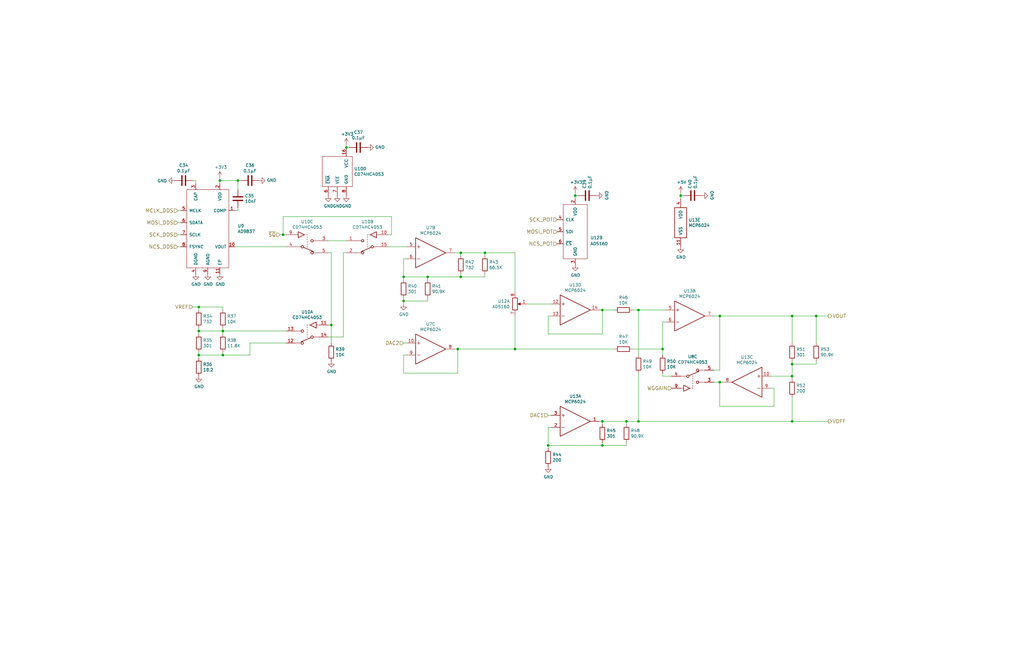
<source format=kicad_sch>
(kicad_sch (version 20211123) (generator eeschema)
  (paper "B")
  (title_block (title "Wavegen") (date "2021-06-14") (company "Olin College"))
  (lib_symbols
    (symbol "Device:C" (pin_numbers hide) (pin_names (offset 0.254))
      (property "Reference" "C" (at 0.635 2.54 0))
      (property "Value" "C" (at 0.635 -2.54 0))
      (symbol "C_0_1"
        (polyline (pts (xy -2.032 -0.762) (xy 2.032 -0.762)) (stroke (width 0.508)))
        (polyline (pts (xy -2.032 0.762) (xy 2.032 0.762)) (stroke (width 0.508)))
      )
      (symbol "C_1_1"
        (pin passive line (at 0 3.81 270) (length 2.794) (name "~") (number "1"))
        (pin passive line (at 0 -3.81 90) (length 2.794) (name "~") (number "2"))
      )
    )
    (symbol "Device:R" (pin_numbers hide) (pin_names (offset 0))
      (property "Reference" "R" (at 2.032 0 90))
      (property "Value" "R" (at 0 0 90))
      (symbol "R_0_1"
        (rectangle (start -1.016 -2.54) (end 1.016 2.54) (stroke (width 0.254)))
      )
      (symbol "R_1_1"
        (pin passive line (at 0 3.81 270) (length 1.27) (name "~") (number "1"))
        (pin passive line (at 0 -3.81 90) (length 1.27) (name "~") (number "2"))
      )
    )
    (symbol "Eclectronics:AD5160" (pin_names (offset 1.016))
      (property "Reference" "U" (at 10.16 -3.81 0))
      (property "Value" "AD5160" (at 10.16 -6.35 0))
      (symbol "AD5160_1_1"
        (polyline (pts (xy 2.54 0) (xy 1.524 0)))
        (polyline (pts (xy 1.143 0) (xy 2.286 0.508) (xy 2.286 -0.508) (xy 1.143 0)) (fill (type outline)))
        (rectangle (start 1.016 2.54) (end -1.016 -2.54) (stroke (width 0.254)))
        (pin passive line (at 5.08 0 180) (length 2.54) (name "~") (number "1"))
        (pin passive line (at 0 -5.08 90) (length 2.54) (name "~") (number "7"))
        (pin passive line (at 0 5.08 270) (length 2.54) (name "~") (number "8"))
      )
      (symbol "AD5160_2_1"
        (rectangle (start -5.08 11.43) (end 5.08 -11.43))
        (pin power_in line (at 0 13.97 270) (length 2.54) (name "VDD") (number "2"))
        (pin power_in line (at 0 -13.97 90) (length 2.54) (name "GND") (number "3"))
        (pin input line (at -7.62 5.08 0) (length 2.54) (name "CLK") (number "4"))
        (pin input line (at -7.62 0 0) (length 2.54) (name "SDI") (number "5"))
        (pin input line (at -7.62 -5.08 0) (length 2.54) (name "~{CS}") (number "6"))
      )
    )
    (symbol "Eclectronics:AD9837" (pin_names (offset 1.016))
      (property "Reference" "U" (at 13.97 -11.43 0))
      (property "Value" "AD9837" (at 13.97 -13.97 0))
      (symbol "AD9837_0_1"
        (rectangle (start -8.89 16.51) (end 8.89 -16.51))
      )
      (symbol "AD9837_1_1"
        (pin passive line (at 11.43 7.62 180) (length 2.54) (name "COMP") (number "1"))
        (pin output line (at 11.43 -7.62 180) (length 2.54) (name "VOUT") (number "10"))
        (pin power_in line (at 5.08 -19.05 90) (length 2.54) (name "EP") (number "11"))
        (pin power_in line (at 5.08 19.05 270) (length 2.54) (name "VDD") (number "2"))
        (pin passive line (at -5.08 19.05 270) (length 2.54) (name "CAP") (number "3"))
        (pin power_in line (at -5.08 -19.05 90) (length 2.54) (name "DGND") (number "4"))
        (pin input line (at -11.43 7.62 0) (length 2.54) (name "MCLK") (number "5"))
        (pin input line (at -11.43 2.54 0) (length 2.54) (name "SDATA") (number "6"))
        (pin input line (at -11.43 -2.54 0) (length 2.54) (name "SCLK") (number "7"))
        (pin input line (at -11.43 -7.62 0) (length 2.54) (name "FSYNC") (number "8"))
        (pin power_in line (at 0 -19.05 90) (length 2.54) (name "AGND") (number "9"))
      )
    )
    (symbol "Eclectronics:CD74HC4053" (pin_names (offset 1.016))
      (property "Reference" "U" (at -5.08 10.16 0))
      (property "Value" "CD74HC4053" (at -5.08 7.62 0))
      (symbol "CD74HC4053_1_1"
        (circle (center -2.032 0) (radius 0.508) (stroke (width 0.254)))
        (polyline (pts (xy -3.81 -5.08) (xy -5.08 -5.08)))
        (polyline (pts (xy -2.54 0) (xy -5.08 0)))
        (polyline (pts (xy -1.524 0.254) (xy 2.667 2.032)) (stroke (width 0.254)))
        (polyline (pts (xy -1.27 -5.08) (xy -0.762 -5.08)))
        (polyline (pts (xy 0 -4.318) (xy 0 -3.81)))
        (polyline (pts (xy 0 -3.302) (xy 0 -2.794)))
        (polyline (pts (xy 0 -2.286) (xy 0 -1.778)))
        (polyline (pts (xy 0 -1.27) (xy 0 -0.762)))
        (polyline (pts (xy 0 -0.254) (xy 0 0.254)))
        (polyline (pts (xy 2.54 -2.54) (xy 5.08 -2.54)))
        (polyline (pts (xy 2.54 2.54) (xy 5.08 2.54)))
        (polyline (pts (xy -0.254 -5.08) (xy 0 -5.08) (xy 0 -4.826)))
        (polyline (pts (xy -3.81 -3.81) (xy -1.27 -5.08) (xy -3.81 -6.35) (xy -3.81 -3.81)) (stroke (width 0.254)))
        (circle (center 2.032 -2.54) (radius 0.508) (stroke (width 0.254)))
        (circle (center 2.032 2.54) (radius 0.508) (stroke (width 0.254)))
        (pin input line (at -8.89 -5.08 0) (length 3.81) (name "~") (number "11"))
        (pin passive line (at 8.89 2.54 180) (length 3.81) (name "~") (number "12"))
        (pin passive line (at 8.89 -2.54 180) (length 3.81) (name "~") (number "13"))
        (pin passive line (at -8.89 0 0) (length 3.81) (name "~") (number "14"))
      )
      (symbol "CD74HC4053_2_1"
        (circle (center -2.032 0) (radius 0.508) (stroke (width 0.254)))
        (polyline (pts (xy -5.08 -5.08) (xy -3.81 -5.08)))
        (polyline (pts (xy -2.54 0) (xy -5.08 0)))
        (polyline (pts (xy -1.524 0.254) (xy 2.667 2.032)) (stroke (width 0.254)))
        (polyline (pts (xy -1.27 -5.08) (xy -0.762 -5.08)))
        (polyline (pts (xy 0 -4.318) (xy 0 -3.81)))
        (polyline (pts (xy 0 -3.302) (xy 0 -2.794)))
        (polyline (pts (xy 0 -2.286) (xy 0 -1.778)))
        (polyline (pts (xy 0 -0.254) (xy 0 0.254)))
        (polyline (pts (xy 2.54 -2.54) (xy 5.08 -2.54)))
        (polyline (pts (xy 2.54 2.54) (xy 5.08 2.54)))
        (polyline (pts (xy -0.254 -5.08) (xy 0 -5.08) (xy 0 -4.826)))
        (polyline (pts (xy 0 -1.27) (xy 0 -0.762) (xy 0 -1.016)))
        (polyline (pts (xy -3.81 -5.08) (xy -3.81 -3.81) (xy -1.27 -5.08) (xy -3.81 -6.35) (xy -3.81 -5.08)) (stroke (width 0.254)))
        (circle (center 2.032 -2.54) (radius 0.508) (stroke (width 0.254)))
        (circle (center 2.032 2.54) (radius 0.508) (stroke (width 0.254)))
        (pin passive line (at 8.89 -2.54 180) (length 3.81) (name "~") (number "1"))
        (pin input line (at -8.89 -5.08 0) (length 3.81) (name "~") (number "10"))
        (pin passive line (at -8.89 0 0) (length 3.81) (name "~") (number "15"))
        (pin passive line (at 8.89 2.54 180) (length 3.81) (name "~") (number "2"))
      )
      (symbol "CD74HC4053_3_1"
        (circle (center -2.032 0) (radius 0.508) (stroke (width 0.254)))
        (polyline (pts (xy -5.08 -5.08) (xy -3.81 -5.08)))
        (polyline (pts (xy -2.54 0) (xy -5.08 0)))
        (polyline (pts (xy -1.524 0.254) (xy 2.667 2.032)) (stroke (width 0.254)))
        (polyline (pts (xy -1.27 -5.08) (xy -0.762 -5.08)))
        (polyline (pts (xy 0 -4.318) (xy 0 -3.81)))
        (polyline (pts (xy 0 -3.302) (xy 0 -2.794)))
        (polyline (pts (xy 0 -2.286) (xy 0 -1.778)))
        (polyline (pts (xy 0 -0.254) (xy 0 0.254)))
        (polyline (pts (xy 2.54 -2.54) (xy 5.08 -2.54)))
        (polyline (pts (xy 2.54 2.54) (xy 5.08 2.54)))
        (polyline (pts (xy -0.254 -5.08) (xy 0 -5.08) (xy 0 -4.826)))
        (polyline (pts (xy 0 -1.27) (xy 0 -0.762) (xy 0 -1.016)))
        (polyline (pts (xy -3.81 -5.08) (xy -3.81 -3.81) (xy -1.27 -5.08) (xy -3.81 -6.35) (xy -3.81 -5.08)) (stroke (width 0.254)))
        (circle (center 2.032 -2.54) (radius 0.508) (stroke (width 0.254)))
        (circle (center 2.032 2.54) (radius 0.508) (stroke (width 0.254)))
        (pin passive line (at 8.89 -2.54 180) (length 3.81) (name "~") (number "3"))
        (pin passive line (at -8.89 0 0) (length 3.81) (name "~") (number "4"))
        (pin passive line (at 8.89 2.54 180) (length 3.81) (name "~") (number "5"))
        (pin input line (at -8.89 -5.08 0) (length 3.81) (name "~") (number "9"))
      )
      (symbol "CD74HC4053_4_1"
        (rectangle (start -6.35 6.35) (end 6.35 -6.35))
        (pin power_in line (at 3.81 10.16 270) (length 3.81) (name "VCC") (number "16"))
        (pin input line (at -3.81 -10.16 90) (length 3.81) (name "~{ENA}") (number "6"))
        (pin power_in line (at 0 -10.16 90) (length 3.81) (name "VEE") (number "7"))
        (pin power_in line (at 3.81 -10.16 90) (length 3.81) (name "GND") (number "8"))
      )
    )
    (symbol "Eclectronics:MCP6024" (pin_names (offset 1.016))
      (property "Reference" "U" (at 6.35 -3.81 0))
      (property "Value" "MCP6024" (at 6.35 -6.35 0))
      (symbol "MCP6024_1_1"
        (polyline (pts (xy -4.445 -2.54) (xy -3.175 -2.54)))
        (polyline (pts (xy -4.445 2.54) (xy -3.175 2.54)))
        (polyline (pts (xy -3.81 3.175) (xy -3.81 1.905)))
        (polyline (pts (xy -5.08 0) (xy -5.08 6.35) (xy 7.62 0) (xy -5.08 -6.35) (xy -5.08 0)) (stroke (width 0.254)))
        (pin output line (at 11.43 0 180) (length 3.81) (name "~") (number "1"))
        (pin input line (at -8.89 -2.54 0) (length 3.81) (name "~") (number "2"))
        (pin input line (at -8.89 2.54 0) (length 3.81) (name "~") (number "3"))
      )
      (symbol "MCP6024_2_1"
        (polyline (pts (xy -4.445 -2.54) (xy -3.175 -2.54)))
        (polyline (pts (xy -4.445 2.54) (xy -3.175 2.54)))
        (polyline (pts (xy -3.81 3.175) (xy -3.81 1.905)))
        (polyline (pts (xy -5.08 0) (xy -5.08 6.35) (xy 7.62 0) (xy -5.08 -6.35) (xy -5.08 0)) (stroke (width 0.254)))
        (pin output line (at -8.89 2.54 0) (length 3.81) (name "~") (number "5"))
        (pin output line (at -8.89 -2.54 0) (length 3.81) (name "~") (number "6"))
        (pin output line (at 11.43 0 180) (length 3.81) (name "~") (number "7"))
      )
      (symbol "MCP6024_3_1"
        (polyline (pts (xy -4.445 -2.54) (xy -3.175 -2.54)))
        (polyline (pts (xy -4.445 2.54) (xy -3.175 2.54)))
        (polyline (pts (xy -3.81 3.175) (xy -3.81 1.905)))
        (polyline (pts (xy -5.08 0) (xy -5.08 6.35) (xy 7.62 0) (xy -5.08 -6.35) (xy -5.08 0)) (stroke (width 0.254)))
        (pin input line (at -8.89 2.54 0) (length 3.81) (name "~") (number "10"))
        (pin output line (at 11.43 0 180) (length 3.81) (name "~") (number "8"))
        (pin input line (at -8.89 -2.54 0) (length 3.81) (name "~") (number "9"))
      )
      (symbol "MCP6024_4_1"
        (polyline (pts (xy -4.445 -2.54) (xy -3.175 -2.54)))
        (polyline (pts (xy -4.445 2.54) (xy -3.175 2.54)))
        (polyline (pts (xy -3.81 3.175) (xy -3.81 1.905)))
        (polyline (pts (xy -5.08 0) (xy -5.08 6.35) (xy 7.62 0) (xy -5.08 -6.35) (xy -5.08 0)) (stroke (width 0.254)))
        (pin input line (at -8.89 2.54 0) (length 3.81) (name "~") (number "12"))
        (pin input line (at -8.89 -2.54 0) (length 3.81) (name "~") (number "13"))
        (pin output line (at 11.43 0 180) (length 3.81) (name "~") (number "14"))
      )
      (symbol "MCP6024_5_1"
        (rectangle (start 2.54 -6.35) (end -2.54 6.35) (stroke (width 0.254)))
        (pin power_in line (at 0 -10.16 90) (length 3.81) (name "VSS") (number "11"))
        (pin power_in line (at 0 10.16 270) (length 3.81) (name "VDD") (number "4"))
      )
    )
    (symbol "power:+3V3" (power) (pin_names (offset 0))
      (property "Value" "+3V3" (at 0 3.556 0))
      (symbol "+3V3_0_1"
        (polyline (pts (xy -0.762 1.27) (xy 0 2.54)))
        (polyline (pts (xy 0 0) (xy 0 2.54)))
        (polyline (pts (xy 0 2.54) (xy 0.762 1.27)))
      )
      (symbol "+3V3_1_1"
        (pin power_in line (at 0 0 90) (length 0) hide (name "+3V3") (number "1"))
      )
    )
    (symbol "power:+5V" (power) (pin_names (offset 0))
      (property "Value" "+5V" (at 0 3.556 0))
      (symbol "+5V_0_1"
        (polyline (pts (xy -0.762 1.27) (xy 0 2.54)))
        (polyline (pts (xy 0 0) (xy 0 2.54)))
        (polyline (pts (xy 0 2.54) (xy 0.762 1.27)))
      )
      (symbol "+5V_1_1"
        (pin power_in line (at 0 0 90) (length 0) hide (name "+5V") (number "1"))
      )
    )
    (symbol "power:GND" (power) (pin_names (offset 0))
      (property "Value" "GND" (at 0 -3.81 0))
      (symbol "GND_0_1"
        (polyline (pts (xy 0 0) (xy 0 -1.27) (xy 1.27 -1.27) (xy 0 -2.54) (xy -1.27 -1.27) (xy 0 -1.27)))
      )
      (symbol "GND_1_1"
        (pin power_in line (at 0 0 270) (length 0) hide (name "GND") (number "1"))
      )
    )
  )
  (junction (at 264.16 177.8))
  (junction (at 334.01 177.8))
  (junction (at 170.18 127))
  (junction (at 303.53 161.29))
  (junction (at 269.24 177.8))
  (junction (at 83.82 139.7))
  (junction (at 217.17 147.32))
  (junction (at 119.38 99.06))
  (junction (at 242.57 82.55))
  (junction (at 180.34 116.84))
  (junction (at 83.82 129.54))
  (junction (at 334.01 133.35))
  (junction (at 303.53 133.35))
  (junction (at 279.4 147.32))
  (junction (at 93.98 149.86))
  (junction (at 231.14 187.96))
  (junction (at 92.71 76.2))
  (junction (at 287.02 82.55))
  (junction (at 146.05 62.23))
  (junction (at 100.33 76.2))
  (junction (at 334.01 158.75))
  (junction (at 254 187.96))
  (junction (at 254 130.81))
  (junction (at 344.17 133.35))
  (junction (at 83.82 149.86))
  (junction (at 170.18 116.84))
  (junction (at 93.98 139.7))
  (junction (at 269.24 130.81))
  (junction (at 194.31 116.84))
  (junction (at 139.7 137.16))
  (junction (at 194.31 106.68))
  (junction (at 254 177.8))
  (junction (at 334.01 153.67))
  (junction (at 193.04 147.32))
  (junction (at 204.47 106.68))
  (wire (pts (xy 303.53 133.35) (xy 334.01 133.35)))
  (wire (pts (xy 300.99 156.21) (xy 303.53 156.21)))
  (wire (pts (xy 193.04 147.32) (xy 191.77 147.32)))
  (wire (pts (xy 170.18 109.22) (xy 171.45 109.22)))
  (wire (pts (xy 99.06 88.9) (xy 100.33 88.9)))
  (wire (pts (xy 171.45 144.78) (xy 170.18 144.78)))
  (wire (pts (xy 180.34 127) (xy 180.34 125.73)))
  (wire (pts (xy 279.4 147.32) (xy 279.4 149.86)))
  (wire (pts (xy 170.18 116.84) (xy 170.18 109.22)))
  (wire (pts (xy 193.04 147.32) (xy 217.17 147.32)))
  (wire (pts (xy 138.43 142.24) (xy 144.78 142.24)))
  (wire (pts (xy 254 177.8) (xy 252.73 177.8)))
  (wire (pts (xy 194.31 116.84) (xy 194.31 115.57)))
  (wire (pts (xy 170.18 127) (xy 170.18 125.73)))
  (wire (pts (xy 165.1 91.44) (xy 165.1 99.06)))
  (wire (pts (xy 259.08 147.32) (xy 217.17 147.32)))
  (wire (pts (xy 93.98 139.7) (xy 120.65 139.7)))
  (wire (pts (xy 171.45 104.14) (xy 163.83 104.14)))
  (wire (pts (xy 146.05 60.96) (xy 146.05 62.23)))
  (wire (pts (xy 118.11 99.06) (xy 119.38 99.06)))
  (wire (pts (xy 76.2 99.06) (xy 74.93 99.06)))
  (wire (pts (xy 83.82 139.7) (xy 83.82 138.43)))
  (wire (pts (xy 93.98 149.86) (xy 105.41 149.86)))
  (wire (pts (xy 344.17 133.35) (xy 349.25 133.35)))
  (wire (pts (xy 92.71 77.47) (xy 92.71 76.2)))
  (wire (pts (xy 92.71 74.93) (xy 92.71 76.2)))
  (wire (pts (xy 334.01 153.67) (xy 334.01 152.4)))
  (wire (pts (xy 146.05 62.23) (xy 147.32 62.23)))
  (wire (pts (xy 93.98 149.86) (xy 93.98 148.59)))
  (wire (pts (xy 243.84 82.55) (xy 242.57 82.55)))
  (wire (pts (xy 326.39 163.83) (xy 326.39 171.45)))
  (wire (pts (xy 119.38 99.06) (xy 119.38 91.44)))
  (wire (pts (xy 180.34 116.84) (xy 180.34 118.11)))
  (wire (pts (xy 303.53 161.29) (xy 304.8 161.29)))
  (wire (pts (xy 170.18 149.86) (xy 170.18 157.48)))
  (wire (pts (xy 144.78 106.68) (xy 146.05 106.68)))
  (wire (pts (xy 300.99 133.35) (xy 303.53 133.35)))
  (wire (pts (xy 100.33 88.9) (xy 100.33 87.63)))
  (wire (pts (xy 280.67 135.89) (xy 279.4 135.89)))
  (wire (pts (xy 170.18 118.11) (xy 170.18 116.84)))
  (wire (pts (xy 287.02 83.82) (xy 287.02 82.55)))
  (wire (pts (xy 82.55 76.2) (xy 81.28 76.2)))
  (wire (pts (xy 326.39 171.45) (xy 303.53 171.45)))
  (wire (pts (xy 344.17 153.67) (xy 344.17 152.4)))
  (wire (pts (xy 93.98 139.7) (xy 83.82 139.7)))
  (wire (pts (xy 231.14 180.34) (xy 231.14 187.96)))
  (wire (pts (xy 254 187.96) (xy 231.14 187.96)))
  (wire (pts (xy 269.24 177.8) (xy 269.24 157.48)))
  (wire (pts (xy 139.7 106.68) (xy 139.7 137.16)))
  (wire (pts (xy 266.7 147.32) (xy 279.4 147.32)))
  (wire (pts (xy 344.17 133.35) (xy 344.17 144.78)))
  (wire (pts (xy 254 179.07) (xy 254 177.8)))
  (wire (pts (xy 76.2 104.14) (xy 74.93 104.14)))
  (wire (pts (xy 194.31 116.84) (xy 180.34 116.84)))
  (wire (pts (xy 231.14 189.23) (xy 231.14 187.96)))
  (wire (pts (xy 83.82 130.81) (xy 83.82 129.54)))
  (wire (pts (xy 334.01 158.75) (xy 334.01 153.67)))
  (wire (pts (xy 217.17 106.68) (xy 217.17 123.19)))
  (wire (pts (xy 119.38 99.06) (xy 120.65 99.06)))
  (wire (pts (xy 288.29 82.55) (xy 287.02 82.55)))
  (wire (pts (xy 138.43 106.68) (xy 139.7 106.68)))
  (wire (pts (xy 254 130.81) (xy 254 140.97)))
  (wire (pts (xy 83.82 149.86) (xy 83.82 148.59)))
  (wire (pts (xy 232.41 175.26) (xy 231.14 175.26)))
  (wire (pts (xy 303.53 161.29) (xy 300.99 161.29)))
  (wire (pts (xy 105.41 149.86) (xy 105.41 144.78)))
  (wire (pts (xy 83.82 129.54) (xy 81.28 129.54)))
  (wire (pts (xy 279.4 157.48) (xy 279.4 158.75)))
  (wire (pts (xy 99.06 104.14) (xy 120.65 104.14)))
  (wire (pts (xy 193.04 157.48) (xy 193.04 147.32)))
  (wire (pts (xy 279.4 158.75) (xy 283.21 158.75)))
  (wire (pts (xy 170.18 127) (xy 180.34 127)))
  (wire (pts (xy 144.78 142.24) (xy 144.78 106.68)))
  (wire (pts (xy 269.24 130.81) (xy 269.24 149.86)))
  (wire (pts (xy 83.82 140.97) (xy 83.82 139.7)))
  (wire (pts (xy 170.18 157.48) (xy 193.04 157.48)))
  (wire (pts (xy 231.14 140.97) (xy 231.14 133.35)))
  (wire (pts (xy 93.98 139.7) (xy 93.98 140.97)))
  (wire (pts (xy 194.31 106.68) (xy 191.77 106.68)))
  (wire (pts (xy 139.7 137.16) (xy 138.43 137.16)))
  (wire (pts (xy 180.34 116.84) (xy 170.18 116.84)))
  (wire (pts (xy 204.47 116.84) (xy 194.31 116.84)))
  (wire (pts (xy 287.02 82.55) (xy 287.02 81.28)))
  (wire (pts (xy 303.53 156.21) (xy 303.53 133.35)))
  (wire (pts (xy 254 140.97) (xy 231.14 140.97)))
  (wire (pts (xy 334.01 160.02) (xy 334.01 158.75)))
  (wire (pts (xy 204.47 106.68) (xy 217.17 106.68)))
  (wire (pts (xy 105.41 144.78) (xy 120.65 144.78)))
  (wire (pts (xy 76.2 88.9) (xy 74.93 88.9)))
  (wire (pts (xy 92.71 76.2) (xy 100.33 76.2)))
  (wire (pts (xy 232.41 180.34) (xy 231.14 180.34)))
  (wire (pts (xy 254 130.81) (xy 259.08 130.81)))
  (wire (pts (xy 138.43 101.6) (xy 146.05 101.6)))
  (wire (pts (xy 170.18 128.27) (xy 170.18 127)))
  (wire (pts (xy 231.14 133.35) (xy 232.41 133.35)))
  (wire (pts (xy 83.82 149.86) (xy 93.98 149.86)))
  (wire (pts (xy 334.01 153.67) (xy 344.17 153.67)))
  (wire (pts (xy 119.38 91.44) (xy 165.1 91.44)))
  (wire (pts (xy 264.16 187.96) (xy 264.16 186.69)))
  (wire (pts (xy 254 187.96) (xy 264.16 187.96)))
  (wire (pts (xy 334.01 177.8) (xy 349.25 177.8)))
  (wire (pts (xy 242.57 83.82) (xy 242.57 82.55)))
  (wire (pts (xy 325.12 163.83) (xy 326.39 163.83)))
  (wire (pts (xy 217.17 147.32) (xy 217.17 133.35)))
  (wire (pts (xy 100.33 76.2) (xy 101.6 76.2)))
  (wire (pts (xy 83.82 151.13) (xy 83.82 149.86)))
  (wire (pts (xy 83.82 129.54) (xy 93.98 129.54)))
  (wire (pts (xy 93.98 138.43) (xy 93.98 139.7)))
  (wire (pts (xy 165.1 99.06) (xy 163.83 99.06)))
  (wire (pts (xy 252.73 130.81) (xy 254 130.81)))
  (wire (pts (xy 194.31 106.68) (xy 204.47 106.68)))
  (wire (pts (xy 264.16 177.8) (xy 264.16 179.07)))
  (wire (pts (xy 171.45 149.86) (xy 170.18 149.86)))
  (wire (pts (xy 303.53 171.45) (xy 303.53 161.29)))
  (wire (pts (xy 334.01 177.8) (xy 334.01 167.64)))
  (wire (pts (xy 264.16 177.8) (xy 254 177.8)))
  (wire (pts (xy 76.2 93.98) (xy 74.93 93.98)))
  (wire (pts (xy 269.24 177.8) (xy 334.01 177.8)))
  (wire (pts (xy 139.7 144.78) (xy 139.7 137.16)))
  (wire (pts (xy 100.33 80.01) (xy 100.33 76.2)))
  (wire (pts (xy 325.12 158.75) (xy 334.01 158.75)))
  (wire (pts (xy 93.98 129.54) (xy 93.98 130.81)))
  (wire (pts (xy 334.01 133.35) (xy 334.01 144.78)))
  (wire (pts (xy 194.31 107.95) (xy 194.31 106.68)))
  (wire (pts (xy 232.41 128.27) (xy 222.25 128.27)))
  (wire (pts (xy 242.57 81.28) (xy 242.57 82.55)))
  (wire (pts (xy 264.16 177.8) (xy 269.24 177.8)))
  (wire (pts (xy 204.47 115.57) (xy 204.47 116.84)))
  (wire (pts (xy 269.24 130.81) (xy 280.67 130.81)))
  (wire (pts (xy 82.55 77.47) (xy 82.55 76.2)))
  (wire (pts (xy 344.17 133.35) (xy 334.01 133.35)))
  (wire (pts (xy 279.4 135.89) (xy 279.4 147.32)))
  (wire (pts (xy 204.47 106.68) (xy 204.47 107.95)))
  (wire (pts (xy 254 187.96) (xy 254 186.69)))
  (wire (pts (xy 266.7 130.81) (xy 269.24 130.81)))
  (hierarchical_label "~{SQ}" (shape input) (at 118.11 99.06 180) (effects (font (size 1.524 1.524))))
  (hierarchical_label "VOUT" (shape output) (at 349.25 133.35 0) (effects (font (size 1.524 1.524))))
  (hierarchical_label "MOSI_DDS" (shape input) (at 74.93 93.98 180) (effects (font (size 1.524 1.524))))
  (hierarchical_label "DAC1" (shape input) (at 231.14 175.26 180) (effects (font (size 1.524 1.524))))
  (hierarchical_label "VREF" (shape input) (at 81.28 129.54 180) (effects (font (size 1.524 1.524))))
  (hierarchical_label "SCK_DDS" (shape input) (at 74.93 99.06 180) (effects (font (size 1.524 1.524))))
  (hierarchical_label "VOFF" (shape output) (at 349.25 177.8 0) (effects (font (size 1.524 1.524))))
  (hierarchical_label "NCS_POT" (shape input) (at 234.95 102.87 180) (effects (font (size 1.524 1.524))))
  (hierarchical_label "WGGAIN" (shape input) (at 283.21 163.83 180) (effects (font (size 1.524 1.524))))
  (hierarchical_label "NCS_DDS" (shape input) (at 74.93 104.14 180) (effects (font (size 1.524 1.524))))
  (hierarchical_label "MCLK_DDS" (shape input) (at 74.93 88.9 180) (effects (font (size 1.524 1.524))))
  (hierarchical_label "SCK_POT" (shape input) (at 234.95 92.71 180) (effects (font (size 1.524 1.524))))
  (hierarchical_label "DAC2" (shape input) (at 170.18 144.78 180) (effects (font (size 1.524 1.524))))
  (hierarchical_label "MOSI_POT" (shape input) (at 234.95 97.79 180) (effects (font (size 1.524 1.524))))
  (symbol (lib_id "Eclectronics:MCP6024") (at 180.34 147.32 0) (unit 3)
    (property "Reference" "U7" (at 181.61 136.7282 0))
    (property "Value" "MCP6024" (at 181.61 139.0396 0))
    (property "Footprint" "Package_SO:TSSOP-14_4.4x5mm_P0.65mm" (effects hide))
  )
  (symbol (lib_id "Eclectronics:MCP6024") (at 180.34 106.68 0) (unit 2)
    (property "Reference" "U7" (at 181.61 96.0882 0))
    (property "Value" "MCP6024" (at 181.61 98.3996 0))
    (property "Footprint" "Package_SO:TSSOP-14_4.4x5mm_P0.65mm" (effects hide))
  )
  (symbol (lib_id "Eclectronics:CD74HC4053") (at 292.1 158.75 0) (unit 3)
    (property "Reference" "U8" (at 292.1 150.495 0))
    (property "Value" "CD74HC4053" (at 292.1 152.8064 0))
    (property "Footprint" "Package_SO:TSSOP-16_4.4x5mm_P0.65mm" (effects hide))
  )
  (symbol (lib_id "Device:C") (at 247.65 82.55 90) (unit 1)
    (property "Reference" "C39" (at 246.4816 79.629 0) (effects (justify left)))
    (property "Value" "0.1µF" (at 248.793 79.629 0) (effects (justify left)))
    (property "Footprint" "Capacitor_SMD:C_0603_1608Metric" (effects hide))
  )
  (symbol (lib_id "power:GND") (at 251.46 82.55 90) (unit 1)
    (property "Reference" "#PWR0103" (effects hide))
    (property "Value" "GND" (at 255.8542 82.423 0))
  )
  (symbol (lib_id "power:+5V") (at 287.02 81.28 0) (unit 1)
    (property "Reference" "#PWR0108" (effects hide))
    (property "Value" "+5V" (at 287.401 76.8858 0))
  )
  (symbol (lib_id "Device:C") (at 292.1 82.55 90) (unit 1)
    (property "Reference" "C40" (at 290.9316 79.629 0) (effects (justify left)))
    (property "Value" "0.1µF" (at 293.243 79.629 0) (effects (justify left)))
    (property "Footprint" "Capacitor_SMD:C_0603_1608Metric" (effects hide))
  )
  (symbol (lib_id "power:GND") (at 295.91 82.55 90) (unit 1)
    (property "Reference" "#PWR0109" (effects hide))
    (property "Value" "GND" (at 300.3042 82.423 0))
  )
  (symbol (lib_id "Eclectronics:AD9837") (at 87.63 96.52 0) (unit 1)
    (property "Reference" "U9" (at 100.1776 95.3516 0) (effects (justify left)))
    (property "Value" "AD9837" (at 100.1776 97.663 0) (effects (justify left)))
    (property "Footprint" "Eclectronics:AD9837" (effects hide))
  )
  (symbol (lib_id "Eclectronics:AD5160") (at 217.17 128.27 0) (unit 1)
    (property "Reference" "U12" (at 214.9602 127.1016 0) (effects (justify right)))
    (property "Value" "AD5160" (at 214.9602 129.413 0) (effects (justify right)))
    (property "Footprint" "Package_TO_SOT_SMD:TSOT-23-8" (effects hide))
  )
  (symbol (lib_id "Eclectronics:AD5160") (at 242.57 97.79 0) (unit 2)
    (property "Reference" "U12" (at 248.92 100.33 0) (effects (justify left)))
    (property "Value" "AD5160" (at 248.92 102.87 0) (effects (justify left)))
    (property "Footprint" "Package_TO_SOT_SMD:TSOT-23-8" (effects hide))
  )
  (symbol (lib_id "Eclectronics:CD74HC4053") (at 129.54 142.24 180) (unit 1)
    (property "Reference" "U10" (at 129.54 131.6482 0))
    (property "Value" "CD74HC4053" (at 129.54 133.9596 0))
    (property "Footprint" "Package_SO:TSSOP-16_4.4x5mm_P0.65mm" (effects hide))
  )
  (symbol (lib_id "Eclectronics:CD74HC4053") (at 154.94 104.14 180) (unit 2)
    (property "Reference" "U10" (at 154.94 93.5482 0))
    (property "Value" "CD74HC4053" (at 154.94 95.8596 0))
    (property "Footprint" "Package_SO:TSSOP-16_4.4x5mm_P0.65mm" (effects hide))
  )
  (symbol (lib_id "Eclectronics:CD74HC4053") (at 129.54 104.14 0) (mirror x) (unit 3)
    (property "Reference" "U10" (at 129.54 93.5482 0))
    (property "Value" "CD74HC4053" (at 129.54 95.8596 0))
    (property "Footprint" "Package_SO:TSSOP-16_4.4x5mm_P0.65mm" (effects hide))
  )
  (symbol (lib_id "Eclectronics:CD74HC4053") (at 142.24 72.39 0) (unit 4)
    (property "Reference" "U10" (at 149.3012 71.2216 0) (effects (justify left)))
    (property "Value" "CD74HC4053" (at 149.3012 73.533 0) (effects (justify left)))
    (property "Footprint" "Package_SO:TSSOP-16_4.4x5mm_P0.65mm" (effects hide))
  )
  (symbol (lib_id "Eclectronics:MCP6024") (at 241.3 177.8 0) (unit 1)
    (property "Reference" "U13" (at 242.57 167.2082 0))
    (property "Value" "MCP6024" (at 242.57 169.5196 0))
    (property "Footprint" "Package_SO:TSSOP-14_4.4x5mm_P0.65mm" (effects hide))
  )
  (symbol (lib_id "Eclectronics:MCP6024") (at 289.56 133.35 0) (unit 2)
    (property "Reference" "U13" (at 290.83 122.7582 0))
    (property "Value" "MCP6024" (at 290.83 125.0696 0))
    (property "Footprint" "Package_SO:TSSOP-14_4.4x5mm_P0.65mm" (effects hide))
  )
  (symbol (lib_id "Eclectronics:MCP6024") (at 316.23 161.29 0) (mirror y) (unit 3)
    (property "Reference" "U13" (at 314.96 150.6982 0))
    (property "Value" "MCP6024" (at 314.96 153.0096 0))
    (property "Footprint" "Package_SO:TSSOP-14_4.4x5mm_P0.65mm" (effects hide))
  )
  (symbol (lib_id "Eclectronics:MCP6024") (at 241.3 130.81 0) (unit 4)
    (property "Reference" "U13" (at 242.57 120.2182 0))
    (property "Value" "MCP6024" (at 242.57 122.5296 0))
    (property "Footprint" "Package_SO:TSSOP-14_4.4x5mm_P0.65mm" (effects hide))
  )
  (symbol (lib_id "Eclectronics:MCP6024") (at 287.02 93.98 0) (unit 5)
    (property "Reference" "U13" (at 290.322 92.8116 0) (effects (justify left)))
    (property "Value" "MCP6024" (at 290.322 95.123 0) (effects (justify left)))
    (property "Footprint" "Package_SO:TSSOP-14_4.4x5mm_P0.65mm" (effects hide))
  )
  (symbol (lib_id "power:GND") (at 82.55 115.57 0) (unit 1)
    (property "Reference" "#PWR069" (effects hide))
    (property "Value" "GND" (at 82.677 119.9642 0))
  )
  (symbol (lib_id "power:GND") (at 87.63 115.57 0) (unit 1)
    (property "Reference" "#PWR071" (effects hide))
    (property "Value" "GND" (at 87.757 119.9642 0))
  )
  (symbol (lib_id "power:GND") (at 92.71 115.57 0) (unit 1)
    (property "Reference" "#PWR073" (effects hide))
    (property "Value" "GND" (at 92.837 119.9642 0))
  )
  (symbol (lib_id "Device:C") (at 100.33 83.82 0) (unit 1)
    (property "Reference" "C35" (at 103.251 82.6516 0) (effects (justify left)))
    (property "Value" "10nF" (at 103.251 84.963 0) (effects (justify left)))
    (property "Footprint" "Capacitor_SMD:C_0603_1608Metric" (effects hide))
  )
  (symbol (lib_id "Device:C") (at 105.41 76.2 270) (unit 1)
    (property "Reference" "C36" (at 105.41 69.7992 90))
    (property "Value" "0.1µF" (at 105.41 72.1106 90))
    (property "Footprint" "Capacitor_SMD:C_0603_1608Metric" (effects hide))
  )
  (symbol (lib_id "power:GND") (at 109.22 76.2 90) (unit 1)
    (property "Reference" "#PWR074" (effects hide))
    (property "Value" "GND" (at 112.4712 76.073 90) (effects (justify right)))
  )
  (symbol (lib_id "power:+3V3") (at 92.71 74.93 0) (unit 1)
    (property "Reference" "#PWR072" (effects hide))
    (property "Value" "+3V3" (at 93.091 70.5358 0))
  )
  (symbol (lib_id "Device:C") (at 77.47 76.2 270) (unit 1)
    (property "Reference" "C34" (at 77.47 69.7992 90))
    (property "Value" "0.1µF" (at 77.47 72.1106 90))
    (property "Footprint" "Capacitor_SMD:C_0603_1608Metric" (effects hide))
  )
  (symbol (lib_id "power:GND") (at 73.66 76.2 270) (unit 1)
    (property "Reference" "#PWR068" (effects hide))
    (property "Value" "GND" (at 70.4088 76.327 90) (effects (justify right)))
  )
  (symbol (lib_id "Device:R") (at 83.82 134.62 0) (unit 1)
    (property "Reference" "R34" (at 85.598 133.4516 0) (effects (justify left)))
    (property "Value" "732" (at 85.598 135.763 0) (effects (justify left)))
    (property "Footprint" "Resistor_SMD:R_0603_1608Metric" (effects hide))
  )
  (symbol (lib_id "Device:R") (at 93.98 134.62 0) (unit 1)
    (property "Reference" "R37" (at 95.758 133.4516 0) (effects (justify left)))
    (property "Value" "10K" (at 95.758 135.763 0) (effects (justify left)))
    (property "Footprint" "Resistor_SMD:R_0603_1608Metric" (effects hide))
  )
  (symbol (lib_id "Device:R") (at 83.82 144.78 0) (unit 1)
    (property "Reference" "R35" (at 85.598 143.6116 0) (effects (justify left)))
    (property "Value" "301" (at 85.598 145.923 0) (effects (justify left)))
    (property "Footprint" "Resistor_SMD:R_0603_1608Metric" (effects hide))
  )
  (symbol (lib_id "Device:R") (at 93.98 144.78 0) (unit 1)
    (property "Reference" "R38" (at 95.758 143.6116 0) (effects (justify left)))
    (property "Value" "11.8K" (at 95.758 145.923 0) (effects (justify left)))
    (property "Footprint" "Resistor_SMD:R_0603_1608Metric" (effects hide))
  )
  (symbol (lib_id "Device:R") (at 83.82 154.94 0) (unit 1)
    (property "Reference" "R36" (at 85.598 153.7716 0) (effects (justify left)))
    (property "Value" "18.2" (at 85.598 156.083 0) (effects (justify left)))
    (property "Footprint" "Resistor_SMD:R_0603_1608Metric" (effects hide))
  )
  (symbol (lib_id "power:GND") (at 83.82 158.75 0) (unit 1)
    (property "Reference" "#PWR070" (effects hide))
    (property "Value" "GND" (at 83.947 163.1442 0))
  )
  (symbol (lib_id "Device:R") (at 139.7 148.59 180) (unit 1)
    (property "Reference" "R39" (at 141.478 147.4216 0) (effects (justify right)))
    (property "Value" "10K" (at 141.478 149.733 0) (effects (justify right)))
    (property "Footprint" "Resistor_SMD:R_0603_1608Metric" (effects hide))
  )
  (symbol (lib_id "power:GND") (at 139.7 152.4 0) (unit 1)
    (property "Reference" "#PWR076" (effects hide))
    (property "Value" "GND" (at 139.827 156.7942 0))
  )
  (symbol (lib_id "power:GND") (at 146.05 82.55 0) (unit 1)
    (property "Reference" "#PWR079" (effects hide))
    (property "Value" "GND" (at 146.177 86.9442 0))
  )
  (symbol (lib_id "power:GND") (at 142.24 82.55 0) (unit 1)
    (property "Reference" "#PWR077" (effects hide))
    (property "Value" "GND" (at 142.367 86.9442 0))
  )
  (symbol (lib_id "power:GND") (at 138.43 82.55 0) (unit 1)
    (property "Reference" "#PWR075" (effects hide))
    (property "Value" "GND" (at 138.557 86.9442 0))
  )
  (symbol (lib_id "Device:C") (at 151.13 62.23 270) (unit 1)
    (property "Reference" "C37" (at 151.13 55.8292 90))
    (property "Value" "0.1µF" (at 151.13 58.1406 90))
    (property "Footprint" "Capacitor_SMD:C_0603_1608Metric" (effects hide))
  )
  (symbol (lib_id "power:GND") (at 154.94 62.23 90) (unit 1)
    (property "Reference" "#PWR080" (effects hide))
    (property "Value" "GND" (at 158.1912 62.103 90) (effects (justify right)))
  )
  (symbol (lib_id "power:+3V3") (at 146.05 60.96 0) (unit 1)
    (property "Reference" "#PWR078" (effects hide))
    (property "Value" "+3V3" (at 146.431 56.5658 0))
  )
  (symbol (lib_id "Device:R") (at 194.31 111.76 0) (unit 1)
    (property "Reference" "R42" (at 196.088 110.5916 0) (effects (justify left)))
    (property "Value" "732" (at 196.088 112.903 0) (effects (justify left)))
    (property "Footprint" "Resistor_SMD:R_0603_1608Metric" (effects hide))
  )
  (symbol (lib_id "Device:R") (at 204.47 111.76 0) (unit 1)
    (property "Reference" "R43" (at 206.248 110.5916 0) (effects (justify left)))
    (property "Value" "66.5K" (at 206.248 112.903 0) (effects (justify left)))
    (property "Footprint" "Resistor_SMD:R_0603_1608Metric" (effects hide))
  )
  (symbol (lib_id "Device:R") (at 170.18 121.92 0) (unit 1)
    (property "Reference" "R40" (at 171.958 120.7516 0) (effects (justify left)))
    (property "Value" "301" (at 171.958 123.063 0) (effects (justify left)))
    (property "Footprint" "Resistor_SMD:R_0603_1608Metric" (effects hide))
  )
  (symbol (lib_id "Device:R") (at 180.34 121.92 0) (unit 1)
    (property "Reference" "R41" (at 182.118 120.7516 0) (effects (justify left)))
    (property "Value" "90.9K" (at 182.118 123.063 0) (effects (justify left)))
    (property "Footprint" "Resistor_SMD:R_0603_1608Metric" (effects hide))
  )
  (symbol (lib_id "power:GND") (at 170.18 128.27 0) (unit 1)
    (property "Reference" "#PWR081" (effects hide))
    (property "Value" "GND" (at 170.307 132.6642 0))
  )
  (symbol (lib_id "power:GND") (at 242.57 111.76 0) (unit 1)
    (property "Reference" "#PWR086" (effects hide))
    (property "Value" "GND" (at 242.697 116.1542 0))
  )
  (symbol (lib_id "power:+3V3") (at 242.57 81.28 0) (unit 1)
    (property "Reference" "#PWR085" (effects hide))
    (property "Value" "+3V3" (at 242.951 76.8858 0))
  )
  (symbol (lib_id "Device:R") (at 254 182.88 0) (unit 1)
    (property "Reference" "R45" (at 255.778 181.7116 0) (effects (justify left)))
    (property "Value" "301" (at 255.778 184.023 0) (effects (justify left)))
    (property "Footprint" "Resistor_SMD:R_0603_1608Metric" (effects hide))
  )
  (symbol (lib_id "Device:R") (at 264.16 182.88 0) (unit 1)
    (property "Reference" "R48" (at 265.938 181.7116 0) (effects (justify left)))
    (property "Value" "90.9K" (at 265.938 184.023 0) (effects (justify left)))
    (property "Footprint" "Resistor_SMD:R_0603_1608Metric" (effects hide))
  )
  (symbol (lib_id "power:GND") (at 231.14 196.85 0) (unit 1)
    (property "Reference" "#PWR088" (effects hide))
    (property "Value" "GND" (at 231.267 201.2442 0))
  )
  (symbol (lib_id "Device:R") (at 231.14 193.04 0) (unit 1)
    (property "Reference" "R44" (at 232.918 191.8716 0) (effects (justify left)))
    (property "Value" "200" (at 232.918 194.183 0) (effects (justify left)))
    (property "Footprint" "Resistor_SMD:R_0603_1608Metric" (effects hide))
  )
  (symbol (lib_id "Device:R") (at 262.89 130.81 270) (unit 1)
    (property "Reference" "R46" (at 262.89 125.5522 90))
    (property "Value" "10K" (at 262.89 127.8636 90))
    (property "Footprint" "Resistor_SMD:R_0603_1608Metric" (effects hide))
  )
  (symbol (lib_id "Device:R") (at 262.89 147.32 270) (unit 1)
    (property "Reference" "R47" (at 262.89 142.0622 90))
    (property "Value" "10K" (at 262.89 144.3736 90))
    (property "Footprint" "Resistor_SMD:R_0603_1608Metric" (effects hide))
  )
  (symbol (lib_id "Device:R") (at 269.24 153.67 180) (unit 1)
    (property "Reference" "R49" (at 271.018 152.5016 0) (effects (justify right)))
    (property "Value" "10K" (at 271.018 154.813 0) (effects (justify right)))
    (property "Footprint" "Resistor_SMD:R_0603_1608Metric" (effects hide))
  )
  (symbol (lib_id "Device:R") (at 279.4 153.67 180) (unit 1)
    (property "Reference" "R50" (at 281.178 152.5016 0) (effects (justify right)))
    (property "Value" "10K" (at 281.178 154.813 0) (effects (justify right)))
    (property "Footprint" "Resistor_SMD:R_0603_1608Metric" (effects hide))
  )
  (symbol (lib_id "power:GND") (at 287.02 104.14 0) (unit 1)
    (property "Reference" "#PWR090" (effects hide))
    (property "Value" "GND" (at 287.147 108.5342 0))
  )
  (symbol (lib_id "Device:R") (at 334.01 163.83 0) (unit 1)
    (property "Reference" "R52" (at 335.788 162.6616 0) (effects (justify left)))
    (property "Value" "200" (at 335.788 164.973 0) (effects (justify left)))
    (property "Footprint" "Resistor_SMD:R_0603_1608Metric" (effects hide))
  )
  (symbol (lib_id "Device:R") (at 334.01 148.59 0) (unit 1)
    (property "Reference" "R51" (at 335.788 147.4216 0) (effects (justify left)))
    (property "Value" "301" (at 335.788 149.733 0) (effects (justify left)))
    (property "Footprint" "Resistor_SMD:R_0603_1608Metric" (effects hide))
  )
  (symbol (lib_id "Device:R") (at 344.17 148.59 0) (unit 1)
    (property "Reference" "R53" (at 345.948 147.4216 0) (effects (justify left)))
    (property "Value" "90.9K" (at 345.948 149.733 0) (effects (justify left)))
    (property "Footprint" "Resistor_SMD:R_0603_1608Metric" (effects hide))
  )
)
</source>
